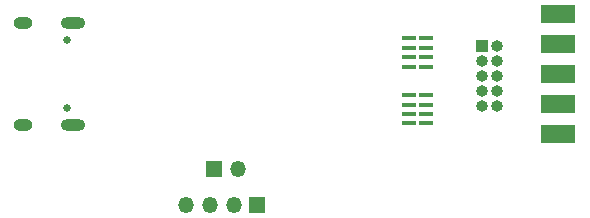
<source format=gbr>
%TF.GenerationSoftware,KiCad,Pcbnew,(5.1.9-0-10_14)*%
%TF.CreationDate,2021-02-21T16:58:23+08:00*%
%TF.ProjectId,stlinkv21_jlinkob,73746c69-6e6b-4763-9231-5f6a6c696e6b,rev?*%
%TF.SameCoordinates,Original*%
%TF.FileFunction,Soldermask,Bot*%
%TF.FilePolarity,Negative*%
%FSLAX46Y46*%
G04 Gerber Fmt 4.6, Leading zero omitted, Abs format (unit mm)*
G04 Created by KiCad (PCBNEW (5.1.9-0-10_14)) date 2021-02-21 16:58:23*
%MOMM*%
%LPD*%
G01*
G04 APERTURE LIST*
%ADD10R,1.200000X0.400000*%
%ADD11R,2.999994X1.519936*%
%ADD12O,1.350000X1.350000*%
%ADD13R,1.350000X1.350000*%
%ADD14O,1.000000X1.000000*%
%ADD15R,1.000000X1.000000*%
%ADD16O,2.100000X1.000000*%
%ADD17C,0.650000*%
%ADD18O,1.600000X1.000000*%
G04 APERTURE END LIST*
D10*
%TO.C,RN4*%
X134600000Y-91410000D03*
X134600000Y-90610000D03*
X134600000Y-89810000D03*
X134600000Y-89010000D03*
X136000000Y-91410000D03*
X136000000Y-89010000D03*
X136000000Y-90610000D03*
X136000000Y-89810000D03*
%TD*%
%TO.C,RN3*%
X134600000Y-86610000D03*
X134600000Y-85810000D03*
X134600000Y-85010000D03*
X134600000Y-84210000D03*
X136000000Y-86610000D03*
X136000000Y-84210000D03*
X136000000Y-85810000D03*
X136000000Y-85010000D03*
%TD*%
D11*
%TO.C,J4*%
X147199394Y-92329746D03*
X147199394Y-89789746D03*
X147199394Y-87249746D03*
X147199394Y-84709746D03*
X147199394Y-82169746D03*
%TD*%
D12*
%TO.C,J3*%
X115750000Y-98300000D03*
X117750000Y-98300000D03*
X119750000Y-98300000D03*
D13*
X121750000Y-98300000D03*
%TD*%
D14*
%TO.C,CON1*%
X140735000Y-89910000D03*
X142005000Y-89910000D03*
X140735000Y-88640000D03*
X142005000Y-88640000D03*
X140735000Y-87370000D03*
X142005000Y-87370000D03*
X140735000Y-86100000D03*
X142005000Y-86100000D03*
X142005000Y-84830000D03*
D15*
X140735000Y-84830000D03*
%TD*%
D12*
%TO.C,J2*%
X120070000Y-95230000D03*
D13*
X118070000Y-95230000D03*
%TD*%
D16*
%TO.C,J1*%
X106130000Y-91570000D03*
X106130000Y-82930000D03*
D17*
X105600000Y-84360000D03*
D18*
X101950000Y-82930000D03*
D17*
X105600000Y-90140000D03*
D18*
X101950000Y-91570000D03*
%TD*%
M02*

</source>
